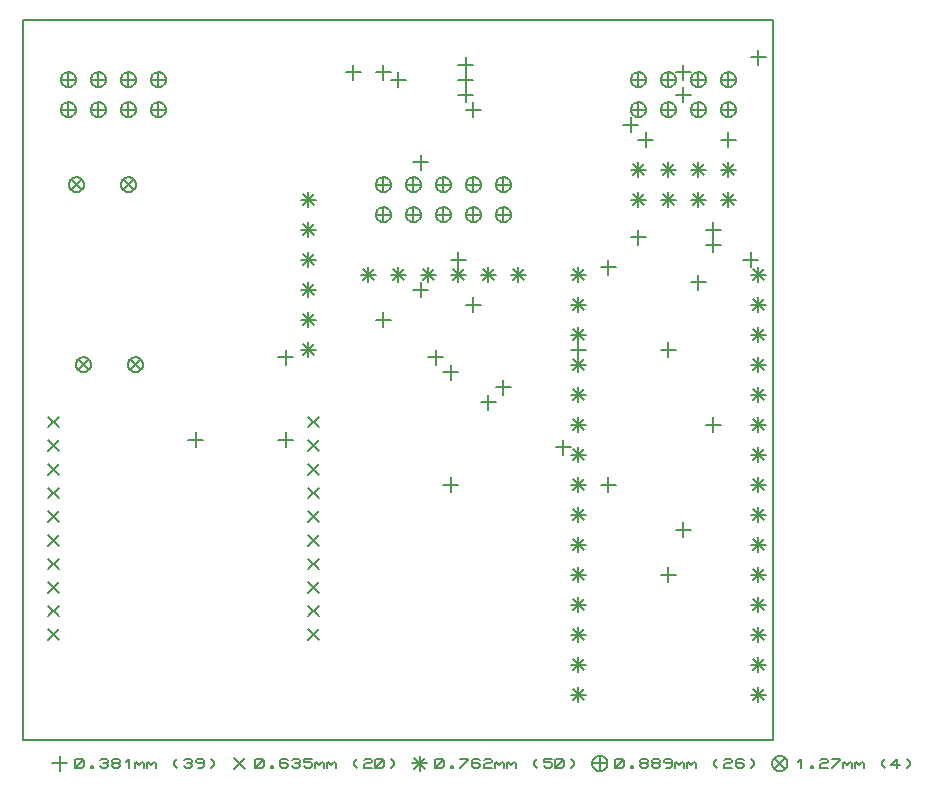
<source format=gbr>
G04 PROTEUS RS274X GERBER FILE*
%FSLAX45Y45*%
%MOMM*%
G01*
%ADD22C,0.203200*%
%ADD43C,0.127000*%
D22*
X+3810000Y-698500D02*
X+3810000Y-825500D01*
X+3746500Y-762000D02*
X+3873500Y-762000D01*
X+2794000Y-381000D02*
X+2794000Y-508000D01*
X+2730500Y-444500D02*
X+2857500Y-444500D01*
X+3746500Y-317500D02*
X+3746500Y-444500D01*
X+3683000Y-381000D02*
X+3810000Y-381000D01*
X+3048000Y-381000D02*
X+3048000Y-508000D01*
X+2984500Y-444500D02*
X+3111500Y-444500D01*
X+3683000Y-1968500D02*
X+3683000Y-2095500D01*
X+3619500Y-2032000D02*
X+3746500Y-2032000D01*
X+5461000Y-4635500D02*
X+5461000Y-4762500D01*
X+5397500Y-4699000D02*
X+5524500Y-4699000D01*
X+3365500Y-2222500D02*
X+3365500Y-2349500D01*
X+3302000Y-2286000D02*
X+3429000Y-2286000D01*
X+5461000Y-2730500D02*
X+5461000Y-2857500D01*
X+5397500Y-2794000D02*
X+5524500Y-2794000D01*
X+4699000Y-2730500D02*
X+4699000Y-2857500D01*
X+4635500Y-2794000D02*
X+4762500Y-2794000D01*
X+5270500Y-952500D02*
X+5270500Y-1079500D01*
X+5207000Y-1016000D02*
X+5334000Y-1016000D01*
X+5969000Y-952500D02*
X+5969000Y-1079500D01*
X+5905500Y-1016000D02*
X+6032500Y-1016000D01*
X+5588000Y-4254500D02*
X+5588000Y-4381500D01*
X+5524500Y-4318000D02*
X+5651500Y-4318000D01*
X+5842000Y-1714500D02*
X+5842000Y-1841500D01*
X+5778500Y-1778000D02*
X+5905500Y-1778000D01*
X+5143500Y-825500D02*
X+5143500Y-952500D01*
X+5080000Y-889000D02*
X+5207000Y-889000D01*
X+4953000Y-3873500D02*
X+4953000Y-4000500D01*
X+4889500Y-3937000D02*
X+5016500Y-3937000D01*
X+6223000Y-254000D02*
X+6223000Y-381000D01*
X+6159500Y-317500D02*
X+6286500Y-317500D01*
X+5588000Y-381000D02*
X+5588000Y-508000D01*
X+5524500Y-444500D02*
X+5651500Y-444500D01*
X+5842000Y-3365500D02*
X+5842000Y-3492500D01*
X+5778500Y-3429000D02*
X+5905500Y-3429000D01*
X+5842000Y-1841500D02*
X+5842000Y-1968500D01*
X+5778500Y-1905000D02*
X+5905500Y-1905000D01*
X+5588000Y-571500D02*
X+5588000Y-698500D01*
X+5524500Y-635000D02*
X+5651500Y-635000D01*
X+6159500Y-1968500D02*
X+6159500Y-2095500D01*
X+6096000Y-2032000D02*
X+6223000Y-2032000D01*
X+4572000Y-3556000D02*
X+4572000Y-3683000D01*
X+4508500Y-3619500D02*
X+4635500Y-3619500D01*
X+3810000Y-2349500D02*
X+3810000Y-2476500D01*
X+3746500Y-2413000D02*
X+3873500Y-2413000D01*
X+3937000Y-3175000D02*
X+3937000Y-3302000D01*
X+3873500Y-3238500D02*
X+4000500Y-3238500D01*
X+4064000Y-3048000D02*
X+4064000Y-3175000D01*
X+4000500Y-3111500D02*
X+4127500Y-3111500D01*
X+1460500Y-3492500D02*
X+1460500Y-3619500D01*
X+1397000Y-3556000D02*
X+1524000Y-3556000D01*
X+2222500Y-3492500D02*
X+2222500Y-3619500D01*
X+2159000Y-3556000D02*
X+2286000Y-3556000D01*
X+2222500Y-2794000D02*
X+2222500Y-2921000D01*
X+2159000Y-2857500D02*
X+2286000Y-2857500D01*
X+3619500Y-3873500D02*
X+3619500Y-4000500D01*
X+3556000Y-3937000D02*
X+3683000Y-3937000D01*
X+5715000Y-2159000D02*
X+5715000Y-2286000D01*
X+5651500Y-2222500D02*
X+5778500Y-2222500D01*
X+4953000Y-2032000D02*
X+4953000Y-2159000D01*
X+4889500Y-2095500D02*
X+5016500Y-2095500D01*
X+3746500Y-571500D02*
X+3746500Y-698500D01*
X+3683000Y-635000D02*
X+3810000Y-635000D01*
X+3175000Y-444500D02*
X+3175000Y-571500D01*
X+3111500Y-508000D02*
X+3238500Y-508000D01*
X+5207000Y-1778000D02*
X+5207000Y-1905000D01*
X+5143500Y-1841500D02*
X+5270500Y-1841500D01*
X+3365500Y-1143000D02*
X+3365500Y-1270000D01*
X+3302000Y-1206500D02*
X+3429000Y-1206500D01*
X+3048000Y-2476500D02*
X+3048000Y-2603500D01*
X+2984500Y-2540000D02*
X+3111500Y-2540000D01*
X+3746500Y-444500D02*
X+3746500Y-571500D01*
X+3683000Y-508000D02*
X+3810000Y-508000D01*
X+3492500Y-2794000D02*
X+3492500Y-2921000D01*
X+3429000Y-2857500D02*
X+3556000Y-2857500D01*
X+3619500Y-2921000D02*
X+3619500Y-3048000D01*
X+3556000Y-2984500D02*
X+3683000Y-2984500D01*
X+444500Y-762000D02*
X+444283Y-756753D01*
X+442518Y-746258D01*
X+438826Y-735763D01*
X+432798Y-725268D01*
X+423576Y-714888D01*
X+413081Y-707200D01*
X+402586Y-702282D01*
X+392091Y-699476D01*
X+381596Y-698503D01*
X+381000Y-698500D01*
X+317500Y-762000D02*
X+317717Y-756753D01*
X+319482Y-746258D01*
X+323174Y-735763D01*
X+329202Y-725268D01*
X+338424Y-714888D01*
X+348919Y-707200D01*
X+359414Y-702282D01*
X+369909Y-699476D01*
X+380404Y-698503D01*
X+381000Y-698500D01*
X+317500Y-762000D02*
X+317717Y-767247D01*
X+319482Y-777742D01*
X+323174Y-788237D01*
X+329202Y-798732D01*
X+338424Y-809112D01*
X+348919Y-816800D01*
X+359414Y-821718D01*
X+369909Y-824524D01*
X+380404Y-825497D01*
X+381000Y-825500D01*
X+444500Y-762000D02*
X+444283Y-767247D01*
X+442518Y-777742D01*
X+438826Y-788237D01*
X+432798Y-798732D01*
X+423576Y-809112D01*
X+413081Y-816800D01*
X+402586Y-821718D01*
X+392091Y-824524D01*
X+381596Y-825497D01*
X+381000Y-825500D01*
X+381000Y-698500D02*
X+381000Y-825500D01*
X+317500Y-762000D02*
X+444500Y-762000D01*
X+444500Y-508000D02*
X+444283Y-502753D01*
X+442518Y-492258D01*
X+438826Y-481763D01*
X+432798Y-471268D01*
X+423576Y-460888D01*
X+413081Y-453200D01*
X+402586Y-448282D01*
X+392091Y-445476D01*
X+381596Y-444503D01*
X+381000Y-444500D01*
X+317500Y-508000D02*
X+317717Y-502753D01*
X+319482Y-492258D01*
X+323174Y-481763D01*
X+329202Y-471268D01*
X+338424Y-460888D01*
X+348919Y-453200D01*
X+359414Y-448282D01*
X+369909Y-445476D01*
X+380404Y-444503D01*
X+381000Y-444500D01*
X+317500Y-508000D02*
X+317717Y-513247D01*
X+319482Y-523742D01*
X+323174Y-534237D01*
X+329202Y-544732D01*
X+338424Y-555112D01*
X+348919Y-562800D01*
X+359414Y-567718D01*
X+369909Y-570524D01*
X+380404Y-571497D01*
X+381000Y-571500D01*
X+444500Y-508000D02*
X+444283Y-513247D01*
X+442518Y-523742D01*
X+438826Y-534237D01*
X+432798Y-544732D01*
X+423576Y-555112D01*
X+413081Y-562800D01*
X+402586Y-567718D01*
X+392091Y-570524D01*
X+381596Y-571497D01*
X+381000Y-571500D01*
X+381000Y-444500D02*
X+381000Y-571500D01*
X+317500Y-508000D02*
X+444500Y-508000D01*
X+698500Y-762000D02*
X+698283Y-756753D01*
X+696518Y-746258D01*
X+692826Y-735763D01*
X+686798Y-725268D01*
X+677576Y-714888D01*
X+667081Y-707200D01*
X+656586Y-702282D01*
X+646091Y-699476D01*
X+635596Y-698503D01*
X+635000Y-698500D01*
X+571500Y-762000D02*
X+571717Y-756753D01*
X+573482Y-746258D01*
X+577174Y-735763D01*
X+583202Y-725268D01*
X+592424Y-714888D01*
X+602919Y-707200D01*
X+613414Y-702282D01*
X+623909Y-699476D01*
X+634404Y-698503D01*
X+635000Y-698500D01*
X+571500Y-762000D02*
X+571717Y-767247D01*
X+573482Y-777742D01*
X+577174Y-788237D01*
X+583202Y-798732D01*
X+592424Y-809112D01*
X+602919Y-816800D01*
X+613414Y-821718D01*
X+623909Y-824524D01*
X+634404Y-825497D01*
X+635000Y-825500D01*
X+698500Y-762000D02*
X+698283Y-767247D01*
X+696518Y-777742D01*
X+692826Y-788237D01*
X+686798Y-798732D01*
X+677576Y-809112D01*
X+667081Y-816800D01*
X+656586Y-821718D01*
X+646091Y-824524D01*
X+635596Y-825497D01*
X+635000Y-825500D01*
X+635000Y-698500D02*
X+635000Y-825500D01*
X+571500Y-762000D02*
X+698500Y-762000D01*
X+698500Y-508000D02*
X+698283Y-502753D01*
X+696518Y-492258D01*
X+692826Y-481763D01*
X+686798Y-471268D01*
X+677576Y-460888D01*
X+667081Y-453200D01*
X+656586Y-448282D01*
X+646091Y-445476D01*
X+635596Y-444503D01*
X+635000Y-444500D01*
X+571500Y-508000D02*
X+571717Y-502753D01*
X+573482Y-492258D01*
X+577174Y-481763D01*
X+583202Y-471268D01*
X+592424Y-460888D01*
X+602919Y-453200D01*
X+613414Y-448282D01*
X+623909Y-445476D01*
X+634404Y-444503D01*
X+635000Y-444500D01*
X+571500Y-508000D02*
X+571717Y-513247D01*
X+573482Y-523742D01*
X+577174Y-534237D01*
X+583202Y-544732D01*
X+592424Y-555112D01*
X+602919Y-562800D01*
X+613414Y-567718D01*
X+623909Y-570524D01*
X+634404Y-571497D01*
X+635000Y-571500D01*
X+698500Y-508000D02*
X+698283Y-513247D01*
X+696518Y-523742D01*
X+692826Y-534237D01*
X+686798Y-544732D01*
X+677576Y-555112D01*
X+667081Y-562800D01*
X+656586Y-567718D01*
X+646091Y-570524D01*
X+635596Y-571497D01*
X+635000Y-571500D01*
X+635000Y-444500D02*
X+635000Y-571500D01*
X+571500Y-508000D02*
X+698500Y-508000D01*
X+952500Y-762000D02*
X+952283Y-756753D01*
X+950518Y-746258D01*
X+946826Y-735763D01*
X+940798Y-725268D01*
X+931576Y-714888D01*
X+921081Y-707200D01*
X+910586Y-702282D01*
X+900091Y-699476D01*
X+889596Y-698503D01*
X+889000Y-698500D01*
X+825500Y-762000D02*
X+825717Y-756753D01*
X+827482Y-746258D01*
X+831174Y-735763D01*
X+837202Y-725268D01*
X+846424Y-714888D01*
X+856919Y-707200D01*
X+867414Y-702282D01*
X+877909Y-699476D01*
X+888404Y-698503D01*
X+889000Y-698500D01*
X+825500Y-762000D02*
X+825717Y-767247D01*
X+827482Y-777742D01*
X+831174Y-788237D01*
X+837202Y-798732D01*
X+846424Y-809112D01*
X+856919Y-816800D01*
X+867414Y-821718D01*
X+877909Y-824524D01*
X+888404Y-825497D01*
X+889000Y-825500D01*
X+952500Y-762000D02*
X+952283Y-767247D01*
X+950518Y-777742D01*
X+946826Y-788237D01*
X+940798Y-798732D01*
X+931576Y-809112D01*
X+921081Y-816800D01*
X+910586Y-821718D01*
X+900091Y-824524D01*
X+889596Y-825497D01*
X+889000Y-825500D01*
X+889000Y-698500D02*
X+889000Y-825500D01*
X+825500Y-762000D02*
X+952500Y-762000D01*
X+952500Y-508000D02*
X+952283Y-502753D01*
X+950518Y-492258D01*
X+946826Y-481763D01*
X+940798Y-471268D01*
X+931576Y-460888D01*
X+921081Y-453200D01*
X+910586Y-448282D01*
X+900091Y-445476D01*
X+889596Y-444503D01*
X+889000Y-444500D01*
X+825500Y-508000D02*
X+825717Y-502753D01*
X+827482Y-492258D01*
X+831174Y-481763D01*
X+837202Y-471268D01*
X+846424Y-460888D01*
X+856919Y-453200D01*
X+867414Y-448282D01*
X+877909Y-445476D01*
X+888404Y-444503D01*
X+889000Y-444500D01*
X+825500Y-508000D02*
X+825717Y-513247D01*
X+827482Y-523742D01*
X+831174Y-534237D01*
X+837202Y-544732D01*
X+846424Y-555112D01*
X+856919Y-562800D01*
X+867414Y-567718D01*
X+877909Y-570524D01*
X+888404Y-571497D01*
X+889000Y-571500D01*
X+952500Y-508000D02*
X+952283Y-513247D01*
X+950518Y-523742D01*
X+946826Y-534237D01*
X+940798Y-544732D01*
X+931576Y-555112D01*
X+921081Y-562800D01*
X+910586Y-567718D01*
X+900091Y-570524D01*
X+889596Y-571497D01*
X+889000Y-571500D01*
X+889000Y-444500D02*
X+889000Y-571500D01*
X+825500Y-508000D02*
X+952500Y-508000D01*
X+1206500Y-762000D02*
X+1206283Y-756753D01*
X+1204518Y-746258D01*
X+1200826Y-735763D01*
X+1194798Y-725268D01*
X+1185576Y-714888D01*
X+1175081Y-707200D01*
X+1164586Y-702282D01*
X+1154091Y-699476D01*
X+1143596Y-698503D01*
X+1143000Y-698500D01*
X+1079500Y-762000D02*
X+1079717Y-756753D01*
X+1081482Y-746258D01*
X+1085174Y-735763D01*
X+1091202Y-725268D01*
X+1100424Y-714888D01*
X+1110919Y-707200D01*
X+1121414Y-702282D01*
X+1131909Y-699476D01*
X+1142404Y-698503D01*
X+1143000Y-698500D01*
X+1079500Y-762000D02*
X+1079717Y-767247D01*
X+1081482Y-777742D01*
X+1085174Y-788237D01*
X+1091202Y-798732D01*
X+1100424Y-809112D01*
X+1110919Y-816800D01*
X+1121414Y-821718D01*
X+1131909Y-824524D01*
X+1142404Y-825497D01*
X+1143000Y-825500D01*
X+1206500Y-762000D02*
X+1206283Y-767247D01*
X+1204518Y-777742D01*
X+1200826Y-788237D01*
X+1194798Y-798732D01*
X+1185576Y-809112D01*
X+1175081Y-816800D01*
X+1164586Y-821718D01*
X+1154091Y-824524D01*
X+1143596Y-825497D01*
X+1143000Y-825500D01*
X+1143000Y-698500D02*
X+1143000Y-825500D01*
X+1079500Y-762000D02*
X+1206500Y-762000D01*
X+1206500Y-508000D02*
X+1206283Y-502753D01*
X+1204518Y-492258D01*
X+1200826Y-481763D01*
X+1194798Y-471268D01*
X+1185576Y-460888D01*
X+1175081Y-453200D01*
X+1164586Y-448282D01*
X+1154091Y-445476D01*
X+1143596Y-444503D01*
X+1143000Y-444500D01*
X+1079500Y-508000D02*
X+1079717Y-502753D01*
X+1081482Y-492258D01*
X+1085174Y-481763D01*
X+1091202Y-471268D01*
X+1100424Y-460888D01*
X+1110919Y-453200D01*
X+1121414Y-448282D01*
X+1131909Y-445476D01*
X+1142404Y-444503D01*
X+1143000Y-444500D01*
X+1079500Y-508000D02*
X+1079717Y-513247D01*
X+1081482Y-523742D01*
X+1085174Y-534237D01*
X+1091202Y-544732D01*
X+1100424Y-555112D01*
X+1110919Y-562800D01*
X+1121414Y-567718D01*
X+1131909Y-570524D01*
X+1142404Y-571497D01*
X+1143000Y-571500D01*
X+1206500Y-508000D02*
X+1206283Y-513247D01*
X+1204518Y-523742D01*
X+1200826Y-534237D01*
X+1194798Y-544732D01*
X+1185576Y-555112D01*
X+1175081Y-562800D01*
X+1164586Y-567718D01*
X+1154091Y-570524D01*
X+1143596Y-571497D01*
X+1143000Y-571500D01*
X+1143000Y-444500D02*
X+1143000Y-571500D01*
X+1079500Y-508000D02*
X+1206500Y-508000D01*
X+5270500Y-762000D02*
X+5270283Y-756753D01*
X+5268518Y-746258D01*
X+5264826Y-735763D01*
X+5258798Y-725268D01*
X+5249576Y-714888D01*
X+5239081Y-707200D01*
X+5228586Y-702282D01*
X+5218091Y-699476D01*
X+5207596Y-698503D01*
X+5207000Y-698500D01*
X+5143500Y-762000D02*
X+5143717Y-756753D01*
X+5145482Y-746258D01*
X+5149174Y-735763D01*
X+5155202Y-725268D01*
X+5164424Y-714888D01*
X+5174919Y-707200D01*
X+5185414Y-702282D01*
X+5195909Y-699476D01*
X+5206404Y-698503D01*
X+5207000Y-698500D01*
X+5143500Y-762000D02*
X+5143717Y-767247D01*
X+5145482Y-777742D01*
X+5149174Y-788237D01*
X+5155202Y-798732D01*
X+5164424Y-809112D01*
X+5174919Y-816800D01*
X+5185414Y-821718D01*
X+5195909Y-824524D01*
X+5206404Y-825497D01*
X+5207000Y-825500D01*
X+5270500Y-762000D02*
X+5270283Y-767247D01*
X+5268518Y-777742D01*
X+5264826Y-788237D01*
X+5258798Y-798732D01*
X+5249576Y-809112D01*
X+5239081Y-816800D01*
X+5228586Y-821718D01*
X+5218091Y-824524D01*
X+5207596Y-825497D01*
X+5207000Y-825500D01*
X+5207000Y-698500D02*
X+5207000Y-825500D01*
X+5143500Y-762000D02*
X+5270500Y-762000D01*
X+5270500Y-508000D02*
X+5270283Y-502753D01*
X+5268518Y-492258D01*
X+5264826Y-481763D01*
X+5258798Y-471268D01*
X+5249576Y-460888D01*
X+5239081Y-453200D01*
X+5228586Y-448282D01*
X+5218091Y-445476D01*
X+5207596Y-444503D01*
X+5207000Y-444500D01*
X+5143500Y-508000D02*
X+5143717Y-502753D01*
X+5145482Y-492258D01*
X+5149174Y-481763D01*
X+5155202Y-471268D01*
X+5164424Y-460888D01*
X+5174919Y-453200D01*
X+5185414Y-448282D01*
X+5195909Y-445476D01*
X+5206404Y-444503D01*
X+5207000Y-444500D01*
X+5143500Y-508000D02*
X+5143717Y-513247D01*
X+5145482Y-523742D01*
X+5149174Y-534237D01*
X+5155202Y-544732D01*
X+5164424Y-555112D01*
X+5174919Y-562800D01*
X+5185414Y-567718D01*
X+5195909Y-570524D01*
X+5206404Y-571497D01*
X+5207000Y-571500D01*
X+5270500Y-508000D02*
X+5270283Y-513247D01*
X+5268518Y-523742D01*
X+5264826Y-534237D01*
X+5258798Y-544732D01*
X+5249576Y-555112D01*
X+5239081Y-562800D01*
X+5228586Y-567718D01*
X+5218091Y-570524D01*
X+5207596Y-571497D01*
X+5207000Y-571500D01*
X+5207000Y-444500D02*
X+5207000Y-571500D01*
X+5143500Y-508000D02*
X+5270500Y-508000D01*
X+5524500Y-762000D02*
X+5524283Y-756753D01*
X+5522518Y-746258D01*
X+5518826Y-735763D01*
X+5512798Y-725268D01*
X+5503576Y-714888D01*
X+5493081Y-707200D01*
X+5482586Y-702282D01*
X+5472091Y-699476D01*
X+5461596Y-698503D01*
X+5461000Y-698500D01*
X+5397500Y-762000D02*
X+5397717Y-756753D01*
X+5399482Y-746258D01*
X+5403174Y-735763D01*
X+5409202Y-725268D01*
X+5418424Y-714888D01*
X+5428919Y-707200D01*
X+5439414Y-702282D01*
X+5449909Y-699476D01*
X+5460404Y-698503D01*
X+5461000Y-698500D01*
X+5397500Y-762000D02*
X+5397717Y-767247D01*
X+5399482Y-777742D01*
X+5403174Y-788237D01*
X+5409202Y-798732D01*
X+5418424Y-809112D01*
X+5428919Y-816800D01*
X+5439414Y-821718D01*
X+5449909Y-824524D01*
X+5460404Y-825497D01*
X+5461000Y-825500D01*
X+5524500Y-762000D02*
X+5524283Y-767247D01*
X+5522518Y-777742D01*
X+5518826Y-788237D01*
X+5512798Y-798732D01*
X+5503576Y-809112D01*
X+5493081Y-816800D01*
X+5482586Y-821718D01*
X+5472091Y-824524D01*
X+5461596Y-825497D01*
X+5461000Y-825500D01*
X+5461000Y-698500D02*
X+5461000Y-825500D01*
X+5397500Y-762000D02*
X+5524500Y-762000D01*
X+5524500Y-508000D02*
X+5524283Y-502753D01*
X+5522518Y-492258D01*
X+5518826Y-481763D01*
X+5512798Y-471268D01*
X+5503576Y-460888D01*
X+5493081Y-453200D01*
X+5482586Y-448282D01*
X+5472091Y-445476D01*
X+5461596Y-444503D01*
X+5461000Y-444500D01*
X+5397500Y-508000D02*
X+5397717Y-502753D01*
X+5399482Y-492258D01*
X+5403174Y-481763D01*
X+5409202Y-471268D01*
X+5418424Y-460888D01*
X+5428919Y-453200D01*
X+5439414Y-448282D01*
X+5449909Y-445476D01*
X+5460404Y-444503D01*
X+5461000Y-444500D01*
X+5397500Y-508000D02*
X+5397717Y-513247D01*
X+5399482Y-523742D01*
X+5403174Y-534237D01*
X+5409202Y-544732D01*
X+5418424Y-555112D01*
X+5428919Y-562800D01*
X+5439414Y-567718D01*
X+5449909Y-570524D01*
X+5460404Y-571497D01*
X+5461000Y-571500D01*
X+5524500Y-508000D02*
X+5524283Y-513247D01*
X+5522518Y-523742D01*
X+5518826Y-534237D01*
X+5512798Y-544732D01*
X+5503576Y-555112D01*
X+5493081Y-562800D01*
X+5482586Y-567718D01*
X+5472091Y-570524D01*
X+5461596Y-571497D01*
X+5461000Y-571500D01*
X+5461000Y-444500D02*
X+5461000Y-571500D01*
X+5397500Y-508000D02*
X+5524500Y-508000D01*
X+5778500Y-762000D02*
X+5778283Y-756753D01*
X+5776518Y-746258D01*
X+5772826Y-735763D01*
X+5766798Y-725268D01*
X+5757576Y-714888D01*
X+5747081Y-707200D01*
X+5736586Y-702282D01*
X+5726091Y-699476D01*
X+5715596Y-698503D01*
X+5715000Y-698500D01*
X+5651500Y-762000D02*
X+5651717Y-756753D01*
X+5653482Y-746258D01*
X+5657174Y-735763D01*
X+5663202Y-725268D01*
X+5672424Y-714888D01*
X+5682919Y-707200D01*
X+5693414Y-702282D01*
X+5703909Y-699476D01*
X+5714404Y-698503D01*
X+5715000Y-698500D01*
X+5651500Y-762000D02*
X+5651717Y-767247D01*
X+5653482Y-777742D01*
X+5657174Y-788237D01*
X+5663202Y-798732D01*
X+5672424Y-809112D01*
X+5682919Y-816800D01*
X+5693414Y-821718D01*
X+5703909Y-824524D01*
X+5714404Y-825497D01*
X+5715000Y-825500D01*
X+5778500Y-762000D02*
X+5778283Y-767247D01*
X+5776518Y-777742D01*
X+5772826Y-788237D01*
X+5766798Y-798732D01*
X+5757576Y-809112D01*
X+5747081Y-816800D01*
X+5736586Y-821718D01*
X+5726091Y-824524D01*
X+5715596Y-825497D01*
X+5715000Y-825500D01*
X+5715000Y-698500D02*
X+5715000Y-825500D01*
X+5651500Y-762000D02*
X+5778500Y-762000D01*
X+5778500Y-508000D02*
X+5778283Y-502753D01*
X+5776518Y-492258D01*
X+5772826Y-481763D01*
X+5766798Y-471268D01*
X+5757576Y-460888D01*
X+5747081Y-453200D01*
X+5736586Y-448282D01*
X+5726091Y-445476D01*
X+5715596Y-444503D01*
X+5715000Y-444500D01*
X+5651500Y-508000D02*
X+5651717Y-502753D01*
X+5653482Y-492258D01*
X+5657174Y-481763D01*
X+5663202Y-471268D01*
X+5672424Y-460888D01*
X+5682919Y-453200D01*
X+5693414Y-448282D01*
X+5703909Y-445476D01*
X+5714404Y-444503D01*
X+5715000Y-444500D01*
X+5651500Y-508000D02*
X+5651717Y-513247D01*
X+5653482Y-523742D01*
X+5657174Y-534237D01*
X+5663202Y-544732D01*
X+5672424Y-555112D01*
X+5682919Y-562800D01*
X+5693414Y-567718D01*
X+5703909Y-570524D01*
X+5714404Y-571497D01*
X+5715000Y-571500D01*
X+5778500Y-508000D02*
X+5778283Y-513247D01*
X+5776518Y-523742D01*
X+5772826Y-534237D01*
X+5766798Y-544732D01*
X+5757576Y-555112D01*
X+5747081Y-562800D01*
X+5736586Y-567718D01*
X+5726091Y-570524D01*
X+5715596Y-571497D01*
X+5715000Y-571500D01*
X+5715000Y-444500D02*
X+5715000Y-571500D01*
X+5651500Y-508000D02*
X+5778500Y-508000D01*
X+6032500Y-762000D02*
X+6032283Y-756753D01*
X+6030518Y-746258D01*
X+6026826Y-735763D01*
X+6020798Y-725268D01*
X+6011576Y-714888D01*
X+6001081Y-707200D01*
X+5990586Y-702282D01*
X+5980091Y-699476D01*
X+5969596Y-698503D01*
X+5969000Y-698500D01*
X+5905500Y-762000D02*
X+5905717Y-756753D01*
X+5907482Y-746258D01*
X+5911174Y-735763D01*
X+5917202Y-725268D01*
X+5926424Y-714888D01*
X+5936919Y-707200D01*
X+5947414Y-702282D01*
X+5957909Y-699476D01*
X+5968404Y-698503D01*
X+5969000Y-698500D01*
X+5905500Y-762000D02*
X+5905717Y-767247D01*
X+5907482Y-777742D01*
X+5911174Y-788237D01*
X+5917202Y-798732D01*
X+5926424Y-809112D01*
X+5936919Y-816800D01*
X+5947414Y-821718D01*
X+5957909Y-824524D01*
X+5968404Y-825497D01*
X+5969000Y-825500D01*
X+6032500Y-762000D02*
X+6032283Y-767247D01*
X+6030518Y-777742D01*
X+6026826Y-788237D01*
X+6020798Y-798732D01*
X+6011576Y-809112D01*
X+6001081Y-816800D01*
X+5990586Y-821718D01*
X+5980091Y-824524D01*
X+5969596Y-825497D01*
X+5969000Y-825500D01*
X+5969000Y-698500D02*
X+5969000Y-825500D01*
X+5905500Y-762000D02*
X+6032500Y-762000D01*
X+6032500Y-508000D02*
X+6032283Y-502753D01*
X+6030518Y-492258D01*
X+6026826Y-481763D01*
X+6020798Y-471268D01*
X+6011576Y-460888D01*
X+6001081Y-453200D01*
X+5990586Y-448282D01*
X+5980091Y-445476D01*
X+5969596Y-444503D01*
X+5969000Y-444500D01*
X+5905500Y-508000D02*
X+5905717Y-502753D01*
X+5907482Y-492258D01*
X+5911174Y-481763D01*
X+5917202Y-471268D01*
X+5926424Y-460888D01*
X+5936919Y-453200D01*
X+5947414Y-448282D01*
X+5957909Y-445476D01*
X+5968404Y-444503D01*
X+5969000Y-444500D01*
X+5905500Y-508000D02*
X+5905717Y-513247D01*
X+5907482Y-523742D01*
X+5911174Y-534237D01*
X+5917202Y-544732D01*
X+5926424Y-555112D01*
X+5936919Y-562800D01*
X+5947414Y-567718D01*
X+5957909Y-570524D01*
X+5968404Y-571497D01*
X+5969000Y-571500D01*
X+6032500Y-508000D02*
X+6032283Y-513247D01*
X+6030518Y-523742D01*
X+6026826Y-534237D01*
X+6020798Y-544732D01*
X+6011576Y-555112D01*
X+6001081Y-562800D01*
X+5990586Y-567718D01*
X+5980091Y-570524D01*
X+5969596Y-571497D01*
X+5969000Y-571500D01*
X+5969000Y-444500D02*
X+5969000Y-571500D01*
X+5905500Y-508000D02*
X+6032500Y-508000D01*
X+2409099Y-5162099D02*
X+2498901Y-5251901D01*
X+2409099Y-5251901D02*
X+2498901Y-5162099D01*
X+2409099Y-4962099D02*
X+2498901Y-5051901D01*
X+2409099Y-5051901D02*
X+2498901Y-4962099D01*
X+2409099Y-4762099D02*
X+2498901Y-4851901D01*
X+2409099Y-4851901D02*
X+2498901Y-4762099D01*
X+2409099Y-4562099D02*
X+2498901Y-4651901D01*
X+2409099Y-4651901D02*
X+2498901Y-4562099D01*
X+2409099Y-4362099D02*
X+2498901Y-4451901D01*
X+2409099Y-4451901D02*
X+2498901Y-4362099D01*
X+2409099Y-4162099D02*
X+2498901Y-4251901D01*
X+2409099Y-4251901D02*
X+2498901Y-4162099D01*
X+2409099Y-3962099D02*
X+2498901Y-4051901D01*
X+2409099Y-4051901D02*
X+2498901Y-3962099D01*
X+2409099Y-3762099D02*
X+2498901Y-3851901D01*
X+2409099Y-3851901D02*
X+2498901Y-3762099D01*
X+2409099Y-3562099D02*
X+2498901Y-3651901D01*
X+2409099Y-3651901D02*
X+2498901Y-3562099D01*
X+2409099Y-3362099D02*
X+2498901Y-3451901D01*
X+2409099Y-3451901D02*
X+2498901Y-3362099D01*
X+209099Y-3362099D02*
X+298901Y-3451901D01*
X+209099Y-3451901D02*
X+298901Y-3362099D01*
X+209099Y-3562099D02*
X+298901Y-3651901D01*
X+209099Y-3651901D02*
X+298901Y-3562099D01*
X+209099Y-3762099D02*
X+298901Y-3851901D01*
X+209099Y-3851901D02*
X+298901Y-3762099D01*
X+209099Y-3962099D02*
X+298901Y-4051901D01*
X+209099Y-4051901D02*
X+298901Y-3962099D01*
X+209099Y-4162099D02*
X+298901Y-4251901D01*
X+209099Y-4251901D02*
X+298901Y-4162099D01*
X+209099Y-4362099D02*
X+298901Y-4451901D01*
X+209099Y-4451901D02*
X+298901Y-4362099D01*
X+209099Y-4562099D02*
X+298901Y-4651901D01*
X+209099Y-4651901D02*
X+298901Y-4562099D01*
X+209099Y-4762099D02*
X+298901Y-4851901D01*
X+209099Y-4851901D02*
X+298901Y-4762099D01*
X+209099Y-4962099D02*
X+298901Y-5051901D01*
X+209099Y-5051901D02*
X+298901Y-4962099D01*
X+209099Y-5162099D02*
X+298901Y-5251901D01*
X+209099Y-5251901D02*
X+298901Y-5162099D01*
X+3111500Y-1651000D02*
X+3111283Y-1645753D01*
X+3109518Y-1635258D01*
X+3105826Y-1624763D01*
X+3099798Y-1614268D01*
X+3090576Y-1603888D01*
X+3080081Y-1596200D01*
X+3069586Y-1591282D01*
X+3059091Y-1588476D01*
X+3048596Y-1587503D01*
X+3048000Y-1587500D01*
X+2984500Y-1651000D02*
X+2984717Y-1645753D01*
X+2986482Y-1635258D01*
X+2990174Y-1624763D01*
X+2996202Y-1614268D01*
X+3005424Y-1603888D01*
X+3015919Y-1596200D01*
X+3026414Y-1591282D01*
X+3036909Y-1588476D01*
X+3047404Y-1587503D01*
X+3048000Y-1587500D01*
X+2984500Y-1651000D02*
X+2984717Y-1656247D01*
X+2986482Y-1666742D01*
X+2990174Y-1677237D01*
X+2996202Y-1687732D01*
X+3005424Y-1698112D01*
X+3015919Y-1705800D01*
X+3026414Y-1710718D01*
X+3036909Y-1713524D01*
X+3047404Y-1714497D01*
X+3048000Y-1714500D01*
X+3111500Y-1651000D02*
X+3111283Y-1656247D01*
X+3109518Y-1666742D01*
X+3105826Y-1677237D01*
X+3099798Y-1687732D01*
X+3090576Y-1698112D01*
X+3080081Y-1705800D01*
X+3069586Y-1710718D01*
X+3059091Y-1713524D01*
X+3048596Y-1714497D01*
X+3048000Y-1714500D01*
X+3048000Y-1587500D02*
X+3048000Y-1714500D01*
X+2984500Y-1651000D02*
X+3111500Y-1651000D01*
X+3111500Y-1397000D02*
X+3111283Y-1391753D01*
X+3109518Y-1381258D01*
X+3105826Y-1370763D01*
X+3099798Y-1360268D01*
X+3090576Y-1349888D01*
X+3080081Y-1342200D01*
X+3069586Y-1337282D01*
X+3059091Y-1334476D01*
X+3048596Y-1333503D01*
X+3048000Y-1333500D01*
X+2984500Y-1397000D02*
X+2984717Y-1391753D01*
X+2986482Y-1381258D01*
X+2990174Y-1370763D01*
X+2996202Y-1360268D01*
X+3005424Y-1349888D01*
X+3015919Y-1342200D01*
X+3026414Y-1337282D01*
X+3036909Y-1334476D01*
X+3047404Y-1333503D01*
X+3048000Y-1333500D01*
X+2984500Y-1397000D02*
X+2984717Y-1402247D01*
X+2986482Y-1412742D01*
X+2990174Y-1423237D01*
X+2996202Y-1433732D01*
X+3005424Y-1444112D01*
X+3015919Y-1451800D01*
X+3026414Y-1456718D01*
X+3036909Y-1459524D01*
X+3047404Y-1460497D01*
X+3048000Y-1460500D01*
X+3111500Y-1397000D02*
X+3111283Y-1402247D01*
X+3109518Y-1412742D01*
X+3105826Y-1423237D01*
X+3099798Y-1433732D01*
X+3090576Y-1444112D01*
X+3080081Y-1451800D01*
X+3069586Y-1456718D01*
X+3059091Y-1459524D01*
X+3048596Y-1460497D01*
X+3048000Y-1460500D01*
X+3048000Y-1333500D02*
X+3048000Y-1460500D01*
X+2984500Y-1397000D02*
X+3111500Y-1397000D01*
X+3365500Y-1651000D02*
X+3365283Y-1645753D01*
X+3363518Y-1635258D01*
X+3359826Y-1624763D01*
X+3353798Y-1614268D01*
X+3344576Y-1603888D01*
X+3334081Y-1596200D01*
X+3323586Y-1591282D01*
X+3313091Y-1588476D01*
X+3302596Y-1587503D01*
X+3302000Y-1587500D01*
X+3238500Y-1651000D02*
X+3238717Y-1645753D01*
X+3240482Y-1635258D01*
X+3244174Y-1624763D01*
X+3250202Y-1614268D01*
X+3259424Y-1603888D01*
X+3269919Y-1596200D01*
X+3280414Y-1591282D01*
X+3290909Y-1588476D01*
X+3301404Y-1587503D01*
X+3302000Y-1587500D01*
X+3238500Y-1651000D02*
X+3238717Y-1656247D01*
X+3240482Y-1666742D01*
X+3244174Y-1677237D01*
X+3250202Y-1687732D01*
X+3259424Y-1698112D01*
X+3269919Y-1705800D01*
X+3280414Y-1710718D01*
X+3290909Y-1713524D01*
X+3301404Y-1714497D01*
X+3302000Y-1714500D01*
X+3365500Y-1651000D02*
X+3365283Y-1656247D01*
X+3363518Y-1666742D01*
X+3359826Y-1677237D01*
X+3353798Y-1687732D01*
X+3344576Y-1698112D01*
X+3334081Y-1705800D01*
X+3323586Y-1710718D01*
X+3313091Y-1713524D01*
X+3302596Y-1714497D01*
X+3302000Y-1714500D01*
X+3302000Y-1587500D02*
X+3302000Y-1714500D01*
X+3238500Y-1651000D02*
X+3365500Y-1651000D01*
X+3365500Y-1397000D02*
X+3365283Y-1391753D01*
X+3363518Y-1381258D01*
X+3359826Y-1370763D01*
X+3353798Y-1360268D01*
X+3344576Y-1349888D01*
X+3334081Y-1342200D01*
X+3323586Y-1337282D01*
X+3313091Y-1334476D01*
X+3302596Y-1333503D01*
X+3302000Y-1333500D01*
X+3238500Y-1397000D02*
X+3238717Y-1391753D01*
X+3240482Y-1381258D01*
X+3244174Y-1370763D01*
X+3250202Y-1360268D01*
X+3259424Y-1349888D01*
X+3269919Y-1342200D01*
X+3280414Y-1337282D01*
X+3290909Y-1334476D01*
X+3301404Y-1333503D01*
X+3302000Y-1333500D01*
X+3238500Y-1397000D02*
X+3238717Y-1402247D01*
X+3240482Y-1412742D01*
X+3244174Y-1423237D01*
X+3250202Y-1433732D01*
X+3259424Y-1444112D01*
X+3269919Y-1451800D01*
X+3280414Y-1456718D01*
X+3290909Y-1459524D01*
X+3301404Y-1460497D01*
X+3302000Y-1460500D01*
X+3365500Y-1397000D02*
X+3365283Y-1402247D01*
X+3363518Y-1412742D01*
X+3359826Y-1423237D01*
X+3353798Y-1433732D01*
X+3344576Y-1444112D01*
X+3334081Y-1451800D01*
X+3323586Y-1456718D01*
X+3313091Y-1459524D01*
X+3302596Y-1460497D01*
X+3302000Y-1460500D01*
X+3302000Y-1333500D02*
X+3302000Y-1460500D01*
X+3238500Y-1397000D02*
X+3365500Y-1397000D01*
X+3619500Y-1651000D02*
X+3619283Y-1645753D01*
X+3617518Y-1635258D01*
X+3613826Y-1624763D01*
X+3607798Y-1614268D01*
X+3598576Y-1603888D01*
X+3588081Y-1596200D01*
X+3577586Y-1591282D01*
X+3567091Y-1588476D01*
X+3556596Y-1587503D01*
X+3556000Y-1587500D01*
X+3492500Y-1651000D02*
X+3492717Y-1645753D01*
X+3494482Y-1635258D01*
X+3498174Y-1624763D01*
X+3504202Y-1614268D01*
X+3513424Y-1603888D01*
X+3523919Y-1596200D01*
X+3534414Y-1591282D01*
X+3544909Y-1588476D01*
X+3555404Y-1587503D01*
X+3556000Y-1587500D01*
X+3492500Y-1651000D02*
X+3492717Y-1656247D01*
X+3494482Y-1666742D01*
X+3498174Y-1677237D01*
X+3504202Y-1687732D01*
X+3513424Y-1698112D01*
X+3523919Y-1705800D01*
X+3534414Y-1710718D01*
X+3544909Y-1713524D01*
X+3555404Y-1714497D01*
X+3556000Y-1714500D01*
X+3619500Y-1651000D02*
X+3619283Y-1656247D01*
X+3617518Y-1666742D01*
X+3613826Y-1677237D01*
X+3607798Y-1687732D01*
X+3598576Y-1698112D01*
X+3588081Y-1705800D01*
X+3577586Y-1710718D01*
X+3567091Y-1713524D01*
X+3556596Y-1714497D01*
X+3556000Y-1714500D01*
X+3556000Y-1587500D02*
X+3556000Y-1714500D01*
X+3492500Y-1651000D02*
X+3619500Y-1651000D01*
X+3619500Y-1397000D02*
X+3619283Y-1391753D01*
X+3617518Y-1381258D01*
X+3613826Y-1370763D01*
X+3607798Y-1360268D01*
X+3598576Y-1349888D01*
X+3588081Y-1342200D01*
X+3577586Y-1337282D01*
X+3567091Y-1334476D01*
X+3556596Y-1333503D01*
X+3556000Y-1333500D01*
X+3492500Y-1397000D02*
X+3492717Y-1391753D01*
X+3494482Y-1381258D01*
X+3498174Y-1370763D01*
X+3504202Y-1360268D01*
X+3513424Y-1349888D01*
X+3523919Y-1342200D01*
X+3534414Y-1337282D01*
X+3544909Y-1334476D01*
X+3555404Y-1333503D01*
X+3556000Y-1333500D01*
X+3492500Y-1397000D02*
X+3492717Y-1402247D01*
X+3494482Y-1412742D01*
X+3498174Y-1423237D01*
X+3504202Y-1433732D01*
X+3513424Y-1444112D01*
X+3523919Y-1451800D01*
X+3534414Y-1456718D01*
X+3544909Y-1459524D01*
X+3555404Y-1460497D01*
X+3556000Y-1460500D01*
X+3619500Y-1397000D02*
X+3619283Y-1402247D01*
X+3617518Y-1412742D01*
X+3613826Y-1423237D01*
X+3607798Y-1433732D01*
X+3598576Y-1444112D01*
X+3588081Y-1451800D01*
X+3577586Y-1456718D01*
X+3567091Y-1459524D01*
X+3556596Y-1460497D01*
X+3556000Y-1460500D01*
X+3556000Y-1333500D02*
X+3556000Y-1460500D01*
X+3492500Y-1397000D02*
X+3619500Y-1397000D01*
X+3873500Y-1651000D02*
X+3873283Y-1645753D01*
X+3871518Y-1635258D01*
X+3867826Y-1624763D01*
X+3861798Y-1614268D01*
X+3852576Y-1603888D01*
X+3842081Y-1596200D01*
X+3831586Y-1591282D01*
X+3821091Y-1588476D01*
X+3810596Y-1587503D01*
X+3810000Y-1587500D01*
X+3746500Y-1651000D02*
X+3746717Y-1645753D01*
X+3748482Y-1635258D01*
X+3752174Y-1624763D01*
X+3758202Y-1614268D01*
X+3767424Y-1603888D01*
X+3777919Y-1596200D01*
X+3788414Y-1591282D01*
X+3798909Y-1588476D01*
X+3809404Y-1587503D01*
X+3810000Y-1587500D01*
X+3746500Y-1651000D02*
X+3746717Y-1656247D01*
X+3748482Y-1666742D01*
X+3752174Y-1677237D01*
X+3758202Y-1687732D01*
X+3767424Y-1698112D01*
X+3777919Y-1705800D01*
X+3788414Y-1710718D01*
X+3798909Y-1713524D01*
X+3809404Y-1714497D01*
X+3810000Y-1714500D01*
X+3873500Y-1651000D02*
X+3873283Y-1656247D01*
X+3871518Y-1666742D01*
X+3867826Y-1677237D01*
X+3861798Y-1687732D01*
X+3852576Y-1698112D01*
X+3842081Y-1705800D01*
X+3831586Y-1710718D01*
X+3821091Y-1713524D01*
X+3810596Y-1714497D01*
X+3810000Y-1714500D01*
X+3810000Y-1587500D02*
X+3810000Y-1714500D01*
X+3746500Y-1651000D02*
X+3873500Y-1651000D01*
X+3873500Y-1397000D02*
X+3873283Y-1391753D01*
X+3871518Y-1381258D01*
X+3867826Y-1370763D01*
X+3861798Y-1360268D01*
X+3852576Y-1349888D01*
X+3842081Y-1342200D01*
X+3831586Y-1337282D01*
X+3821091Y-1334476D01*
X+3810596Y-1333503D01*
X+3810000Y-1333500D01*
X+3746500Y-1397000D02*
X+3746717Y-1391753D01*
X+3748482Y-1381258D01*
X+3752174Y-1370763D01*
X+3758202Y-1360268D01*
X+3767424Y-1349888D01*
X+3777919Y-1342200D01*
X+3788414Y-1337282D01*
X+3798909Y-1334476D01*
X+3809404Y-1333503D01*
X+3810000Y-1333500D01*
X+3746500Y-1397000D02*
X+3746717Y-1402247D01*
X+3748482Y-1412742D01*
X+3752174Y-1423237D01*
X+3758202Y-1433732D01*
X+3767424Y-1444112D01*
X+3777919Y-1451800D01*
X+3788414Y-1456718D01*
X+3798909Y-1459524D01*
X+3809404Y-1460497D01*
X+3810000Y-1460500D01*
X+3873500Y-1397000D02*
X+3873283Y-1402247D01*
X+3871518Y-1412742D01*
X+3867826Y-1423237D01*
X+3861798Y-1433732D01*
X+3852576Y-1444112D01*
X+3842081Y-1451800D01*
X+3831586Y-1456718D01*
X+3821091Y-1459524D01*
X+3810596Y-1460497D01*
X+3810000Y-1460500D01*
X+3810000Y-1333500D02*
X+3810000Y-1460500D01*
X+3746500Y-1397000D02*
X+3873500Y-1397000D01*
X+4127500Y-1651000D02*
X+4127283Y-1645753D01*
X+4125518Y-1635258D01*
X+4121826Y-1624763D01*
X+4115798Y-1614268D01*
X+4106576Y-1603888D01*
X+4096081Y-1596200D01*
X+4085586Y-1591282D01*
X+4075091Y-1588476D01*
X+4064596Y-1587503D01*
X+4064000Y-1587500D01*
X+4000500Y-1651000D02*
X+4000717Y-1645753D01*
X+4002482Y-1635258D01*
X+4006174Y-1624763D01*
X+4012202Y-1614268D01*
X+4021424Y-1603888D01*
X+4031919Y-1596200D01*
X+4042414Y-1591282D01*
X+4052909Y-1588476D01*
X+4063404Y-1587503D01*
X+4064000Y-1587500D01*
X+4000500Y-1651000D02*
X+4000717Y-1656247D01*
X+4002482Y-1666742D01*
X+4006174Y-1677237D01*
X+4012202Y-1687732D01*
X+4021424Y-1698112D01*
X+4031919Y-1705800D01*
X+4042414Y-1710718D01*
X+4052909Y-1713524D01*
X+4063404Y-1714497D01*
X+4064000Y-1714500D01*
X+4127500Y-1651000D02*
X+4127283Y-1656247D01*
X+4125518Y-1666742D01*
X+4121826Y-1677237D01*
X+4115798Y-1687732D01*
X+4106576Y-1698112D01*
X+4096081Y-1705800D01*
X+4085586Y-1710718D01*
X+4075091Y-1713524D01*
X+4064596Y-1714497D01*
X+4064000Y-1714500D01*
X+4064000Y-1587500D02*
X+4064000Y-1714500D01*
X+4000500Y-1651000D02*
X+4127500Y-1651000D01*
X+4127500Y-1397000D02*
X+4127283Y-1391753D01*
X+4125518Y-1381258D01*
X+4121826Y-1370763D01*
X+4115798Y-1360268D01*
X+4106576Y-1349888D01*
X+4096081Y-1342200D01*
X+4085586Y-1337282D01*
X+4075091Y-1334476D01*
X+4064596Y-1333503D01*
X+4064000Y-1333500D01*
X+4000500Y-1397000D02*
X+4000717Y-1391753D01*
X+4002482Y-1381258D01*
X+4006174Y-1370763D01*
X+4012202Y-1360268D01*
X+4021424Y-1349888D01*
X+4031919Y-1342200D01*
X+4042414Y-1337282D01*
X+4052909Y-1334476D01*
X+4063404Y-1333503D01*
X+4064000Y-1333500D01*
X+4000500Y-1397000D02*
X+4000717Y-1402247D01*
X+4002482Y-1412742D01*
X+4006174Y-1423237D01*
X+4012202Y-1433732D01*
X+4021424Y-1444112D01*
X+4031919Y-1451800D01*
X+4042414Y-1456718D01*
X+4052909Y-1459524D01*
X+4063404Y-1460497D01*
X+4064000Y-1460500D01*
X+4127500Y-1397000D02*
X+4127283Y-1402247D01*
X+4125518Y-1412742D01*
X+4121826Y-1423237D01*
X+4115798Y-1433732D01*
X+4106576Y-1444112D01*
X+4096081Y-1451800D01*
X+4085586Y-1456718D01*
X+4075091Y-1459524D01*
X+4064596Y-1460497D01*
X+4064000Y-1460500D01*
X+4064000Y-1333500D02*
X+4064000Y-1460500D01*
X+4000500Y-1397000D02*
X+4127500Y-1397000D01*
X+4699000Y-2095500D02*
X+4699000Y-2222500D01*
X+4635500Y-2159000D02*
X+4762500Y-2159000D01*
X+4654099Y-2114099D02*
X+4743901Y-2203901D01*
X+4654099Y-2203901D02*
X+4743901Y-2114099D01*
X+4699000Y-2349500D02*
X+4699000Y-2476500D01*
X+4635500Y-2413000D02*
X+4762500Y-2413000D01*
X+4654099Y-2368099D02*
X+4743901Y-2457901D01*
X+4654099Y-2457901D02*
X+4743901Y-2368099D01*
X+4699000Y-2603500D02*
X+4699000Y-2730500D01*
X+4635500Y-2667000D02*
X+4762500Y-2667000D01*
X+4654099Y-2622099D02*
X+4743901Y-2711901D01*
X+4654099Y-2711901D02*
X+4743901Y-2622099D01*
X+4699000Y-2857500D02*
X+4699000Y-2984500D01*
X+4635500Y-2921000D02*
X+4762500Y-2921000D01*
X+4654099Y-2876099D02*
X+4743901Y-2965901D01*
X+4654099Y-2965901D02*
X+4743901Y-2876099D01*
X+4699000Y-3111500D02*
X+4699000Y-3238500D01*
X+4635500Y-3175000D02*
X+4762500Y-3175000D01*
X+4654099Y-3130099D02*
X+4743901Y-3219901D01*
X+4654099Y-3219901D02*
X+4743901Y-3130099D01*
X+4699000Y-3365500D02*
X+4699000Y-3492500D01*
X+4635500Y-3429000D02*
X+4762500Y-3429000D01*
X+4654099Y-3384099D02*
X+4743901Y-3473901D01*
X+4654099Y-3473901D02*
X+4743901Y-3384099D01*
X+4699000Y-3619500D02*
X+4699000Y-3746500D01*
X+4635500Y-3683000D02*
X+4762500Y-3683000D01*
X+4654099Y-3638099D02*
X+4743901Y-3727901D01*
X+4654099Y-3727901D02*
X+4743901Y-3638099D01*
X+4699000Y-3873500D02*
X+4699000Y-4000500D01*
X+4635500Y-3937000D02*
X+4762500Y-3937000D01*
X+4654099Y-3892099D02*
X+4743901Y-3981901D01*
X+4654099Y-3981901D02*
X+4743901Y-3892099D01*
X+4699000Y-4127500D02*
X+4699000Y-4254500D01*
X+4635500Y-4191000D02*
X+4762500Y-4191000D01*
X+4654099Y-4146099D02*
X+4743901Y-4235901D01*
X+4654099Y-4235901D02*
X+4743901Y-4146099D01*
X+4699000Y-4381500D02*
X+4699000Y-4508500D01*
X+4635500Y-4445000D02*
X+4762500Y-4445000D01*
X+4654099Y-4400099D02*
X+4743901Y-4489901D01*
X+4654099Y-4489901D02*
X+4743901Y-4400099D01*
X+4699000Y-4635500D02*
X+4699000Y-4762500D01*
X+4635500Y-4699000D02*
X+4762500Y-4699000D01*
X+4654099Y-4654099D02*
X+4743901Y-4743901D01*
X+4654099Y-4743901D02*
X+4743901Y-4654099D01*
X+4699000Y-4889500D02*
X+4699000Y-5016500D01*
X+4635500Y-4953000D02*
X+4762500Y-4953000D01*
X+4654099Y-4908099D02*
X+4743901Y-4997901D01*
X+4654099Y-4997901D02*
X+4743901Y-4908099D01*
X+4699000Y-5143500D02*
X+4699000Y-5270500D01*
X+4635500Y-5207000D02*
X+4762500Y-5207000D01*
X+4654099Y-5162099D02*
X+4743901Y-5251901D01*
X+4654099Y-5251901D02*
X+4743901Y-5162099D01*
X+4699000Y-5397500D02*
X+4699000Y-5524500D01*
X+4635500Y-5461000D02*
X+4762500Y-5461000D01*
X+4654099Y-5416099D02*
X+4743901Y-5505901D01*
X+4654099Y-5505901D02*
X+4743901Y-5416099D01*
X+4699000Y-5651500D02*
X+4699000Y-5778500D01*
X+4635500Y-5715000D02*
X+4762500Y-5715000D01*
X+4654099Y-5670099D02*
X+4743901Y-5759901D01*
X+4654099Y-5759901D02*
X+4743901Y-5670099D01*
X+6223000Y-5651500D02*
X+6223000Y-5778500D01*
X+6159500Y-5715000D02*
X+6286500Y-5715000D01*
X+6178099Y-5670099D02*
X+6267901Y-5759901D01*
X+6178099Y-5759901D02*
X+6267901Y-5670099D01*
X+6223000Y-5397500D02*
X+6223000Y-5524500D01*
X+6159500Y-5461000D02*
X+6286500Y-5461000D01*
X+6178099Y-5416099D02*
X+6267901Y-5505901D01*
X+6178099Y-5505901D02*
X+6267901Y-5416099D01*
X+6223000Y-5143500D02*
X+6223000Y-5270500D01*
X+6159500Y-5207000D02*
X+6286500Y-5207000D01*
X+6178099Y-5162099D02*
X+6267901Y-5251901D01*
X+6178099Y-5251901D02*
X+6267901Y-5162099D01*
X+6223000Y-4889500D02*
X+6223000Y-5016500D01*
X+6159500Y-4953000D02*
X+6286500Y-4953000D01*
X+6178099Y-4908099D02*
X+6267901Y-4997901D01*
X+6178099Y-4997901D02*
X+6267901Y-4908099D01*
X+6223000Y-4635500D02*
X+6223000Y-4762500D01*
X+6159500Y-4699000D02*
X+6286500Y-4699000D01*
X+6178099Y-4654099D02*
X+6267901Y-4743901D01*
X+6178099Y-4743901D02*
X+6267901Y-4654099D01*
X+6223000Y-4381500D02*
X+6223000Y-4508500D01*
X+6159500Y-4445000D02*
X+6286500Y-4445000D01*
X+6178099Y-4400099D02*
X+6267901Y-4489901D01*
X+6178099Y-4489901D02*
X+6267901Y-4400099D01*
X+6223000Y-4127500D02*
X+6223000Y-4254500D01*
X+6159500Y-4191000D02*
X+6286500Y-4191000D01*
X+6178099Y-4146099D02*
X+6267901Y-4235901D01*
X+6178099Y-4235901D02*
X+6267901Y-4146099D01*
X+6223000Y-3873500D02*
X+6223000Y-4000500D01*
X+6159500Y-3937000D02*
X+6286500Y-3937000D01*
X+6178099Y-3892099D02*
X+6267901Y-3981901D01*
X+6178099Y-3981901D02*
X+6267901Y-3892099D01*
X+6223000Y-3619500D02*
X+6223000Y-3746500D01*
X+6159500Y-3683000D02*
X+6286500Y-3683000D01*
X+6178099Y-3638099D02*
X+6267901Y-3727901D01*
X+6178099Y-3727901D02*
X+6267901Y-3638099D01*
X+6223000Y-3365500D02*
X+6223000Y-3492500D01*
X+6159500Y-3429000D02*
X+6286500Y-3429000D01*
X+6178099Y-3384099D02*
X+6267901Y-3473901D01*
X+6178099Y-3473901D02*
X+6267901Y-3384099D01*
X+6223000Y-3111500D02*
X+6223000Y-3238500D01*
X+6159500Y-3175000D02*
X+6286500Y-3175000D01*
X+6178099Y-3130099D02*
X+6267901Y-3219901D01*
X+6178099Y-3219901D02*
X+6267901Y-3130099D01*
X+6223000Y-2857500D02*
X+6223000Y-2984500D01*
X+6159500Y-2921000D02*
X+6286500Y-2921000D01*
X+6178099Y-2876099D02*
X+6267901Y-2965901D01*
X+6178099Y-2965901D02*
X+6267901Y-2876099D01*
X+6223000Y-2603500D02*
X+6223000Y-2730500D01*
X+6159500Y-2667000D02*
X+6286500Y-2667000D01*
X+6178099Y-2622099D02*
X+6267901Y-2711901D01*
X+6178099Y-2711901D02*
X+6267901Y-2622099D01*
X+6223000Y-2349500D02*
X+6223000Y-2476500D01*
X+6159500Y-2413000D02*
X+6286500Y-2413000D01*
X+6178099Y-2368099D02*
X+6267901Y-2457901D01*
X+6178099Y-2457901D02*
X+6267901Y-2368099D01*
X+6223000Y-2095500D02*
X+6223000Y-2222500D01*
X+6159500Y-2159000D02*
X+6286500Y-2159000D01*
X+6178099Y-2114099D02*
X+6267901Y-2203901D01*
X+6178099Y-2203901D02*
X+6267901Y-2114099D01*
X+2921000Y-2095500D02*
X+2921000Y-2222500D01*
X+2857500Y-2159000D02*
X+2984500Y-2159000D01*
X+2876099Y-2114099D02*
X+2965901Y-2203901D01*
X+2876099Y-2203901D02*
X+2965901Y-2114099D01*
X+3175000Y-2095500D02*
X+3175000Y-2222500D01*
X+3111500Y-2159000D02*
X+3238500Y-2159000D01*
X+3130099Y-2114099D02*
X+3219901Y-2203901D01*
X+3130099Y-2203901D02*
X+3219901Y-2114099D01*
X+3429000Y-2095500D02*
X+3429000Y-2222500D01*
X+3365500Y-2159000D02*
X+3492500Y-2159000D01*
X+3384099Y-2114099D02*
X+3473901Y-2203901D01*
X+3384099Y-2203901D02*
X+3473901Y-2114099D01*
X+3683000Y-2095500D02*
X+3683000Y-2222500D01*
X+3619500Y-2159000D02*
X+3746500Y-2159000D01*
X+3638099Y-2114099D02*
X+3727901Y-2203901D01*
X+3638099Y-2203901D02*
X+3727901Y-2114099D01*
X+3937000Y-2095500D02*
X+3937000Y-2222500D01*
X+3873500Y-2159000D02*
X+4000500Y-2159000D01*
X+3892099Y-2114099D02*
X+3981901Y-2203901D01*
X+3892099Y-2203901D02*
X+3981901Y-2114099D01*
X+4191000Y-2095500D02*
X+4191000Y-2222500D01*
X+4127500Y-2159000D02*
X+4254500Y-2159000D01*
X+4146099Y-2114099D02*
X+4235901Y-2203901D01*
X+4146099Y-2203901D02*
X+4235901Y-2114099D01*
X+5207000Y-1460500D02*
X+5207000Y-1587500D01*
X+5143500Y-1524000D02*
X+5270500Y-1524000D01*
X+5162099Y-1479099D02*
X+5251901Y-1568901D01*
X+5162099Y-1568901D02*
X+5251901Y-1479099D01*
X+5461000Y-1460500D02*
X+5461000Y-1587500D01*
X+5397500Y-1524000D02*
X+5524500Y-1524000D01*
X+5416099Y-1479099D02*
X+5505901Y-1568901D01*
X+5416099Y-1568901D02*
X+5505901Y-1479099D01*
X+5715000Y-1460500D02*
X+5715000Y-1587500D01*
X+5651500Y-1524000D02*
X+5778500Y-1524000D01*
X+5670099Y-1479099D02*
X+5759901Y-1568901D01*
X+5670099Y-1568901D02*
X+5759901Y-1479099D01*
X+5969000Y-1460500D02*
X+5969000Y-1587500D01*
X+5905500Y-1524000D02*
X+6032500Y-1524000D01*
X+5924099Y-1479099D02*
X+6013901Y-1568901D01*
X+5924099Y-1568901D02*
X+6013901Y-1479099D01*
X+2413000Y-1460500D02*
X+2413000Y-1587500D01*
X+2349500Y-1524000D02*
X+2476500Y-1524000D01*
X+2368099Y-1479099D02*
X+2457901Y-1568901D01*
X+2368099Y-1568901D02*
X+2457901Y-1479099D01*
X+2413000Y-1714500D02*
X+2413000Y-1841500D01*
X+2349500Y-1778000D02*
X+2476500Y-1778000D01*
X+2368099Y-1733099D02*
X+2457901Y-1822901D01*
X+2368099Y-1822901D02*
X+2457901Y-1733099D01*
X+2413000Y-1968500D02*
X+2413000Y-2095500D01*
X+2349500Y-2032000D02*
X+2476500Y-2032000D01*
X+2368099Y-1987099D02*
X+2457901Y-2076901D01*
X+2368099Y-2076901D02*
X+2457901Y-1987099D01*
X+2413000Y-2222500D02*
X+2413000Y-2349500D01*
X+2349500Y-2286000D02*
X+2476500Y-2286000D01*
X+2368099Y-2241099D02*
X+2457901Y-2330901D01*
X+2368099Y-2330901D02*
X+2457901Y-2241099D01*
X+2413000Y-2476500D02*
X+2413000Y-2603500D01*
X+2349500Y-2540000D02*
X+2476500Y-2540000D01*
X+2368099Y-2495099D02*
X+2457901Y-2584901D01*
X+2368099Y-2584901D02*
X+2457901Y-2495099D01*
X+2413000Y-2730500D02*
X+2413000Y-2857500D01*
X+2349500Y-2794000D02*
X+2476500Y-2794000D01*
X+2368099Y-2749099D02*
X+2457901Y-2838901D01*
X+2368099Y-2838901D02*
X+2457901Y-2749099D01*
X+5207000Y-1206500D02*
X+5207000Y-1333500D01*
X+5143500Y-1270000D02*
X+5270500Y-1270000D01*
X+5162099Y-1225099D02*
X+5251901Y-1314901D01*
X+5162099Y-1314901D02*
X+5251901Y-1225099D01*
X+5461000Y-1206500D02*
X+5461000Y-1333500D01*
X+5397500Y-1270000D02*
X+5524500Y-1270000D01*
X+5416099Y-1225099D02*
X+5505901Y-1314901D01*
X+5416099Y-1314901D02*
X+5505901Y-1225099D01*
X+5715000Y-1206500D02*
X+5715000Y-1333500D01*
X+5651500Y-1270000D02*
X+5778500Y-1270000D01*
X+5670099Y-1225099D02*
X+5759901Y-1314901D01*
X+5670099Y-1314901D02*
X+5759901Y-1225099D01*
X+5969000Y-1206500D02*
X+5969000Y-1333500D01*
X+5905500Y-1270000D02*
X+6032500Y-1270000D01*
X+5924099Y-1225099D02*
X+6013901Y-1314901D01*
X+5924099Y-1314901D02*
X+6013901Y-1225099D01*
X+952500Y-1397000D02*
X+952283Y-1391753D01*
X+950518Y-1381258D01*
X+946826Y-1370763D01*
X+940798Y-1360268D01*
X+931576Y-1349888D01*
X+921081Y-1342200D01*
X+910586Y-1337282D01*
X+900091Y-1334476D01*
X+889596Y-1333503D01*
X+889000Y-1333500D01*
X+825500Y-1397000D02*
X+825717Y-1391753D01*
X+827482Y-1381258D01*
X+831174Y-1370763D01*
X+837202Y-1360268D01*
X+846424Y-1349888D01*
X+856919Y-1342200D01*
X+867414Y-1337282D01*
X+877909Y-1334476D01*
X+888404Y-1333503D01*
X+889000Y-1333500D01*
X+825500Y-1397000D02*
X+825717Y-1402247D01*
X+827482Y-1412742D01*
X+831174Y-1423237D01*
X+837202Y-1433732D01*
X+846424Y-1444112D01*
X+856919Y-1451800D01*
X+867414Y-1456718D01*
X+877909Y-1459524D01*
X+888404Y-1460497D01*
X+889000Y-1460500D01*
X+952500Y-1397000D02*
X+952283Y-1402247D01*
X+950518Y-1412742D01*
X+946826Y-1423237D01*
X+940798Y-1433732D01*
X+931576Y-1444112D01*
X+921081Y-1451800D01*
X+910586Y-1456718D01*
X+900091Y-1459524D01*
X+889596Y-1460497D01*
X+889000Y-1460500D01*
X+844099Y-1352099D02*
X+933901Y-1441901D01*
X+844099Y-1441901D02*
X+933901Y-1352099D01*
X+512500Y-1397000D02*
X+512283Y-1391753D01*
X+510518Y-1381258D01*
X+506826Y-1370763D01*
X+500798Y-1360268D01*
X+491576Y-1349888D01*
X+481081Y-1342200D01*
X+470586Y-1337282D01*
X+460091Y-1334476D01*
X+449596Y-1333503D01*
X+449000Y-1333500D01*
X+385500Y-1397000D02*
X+385717Y-1391753D01*
X+387482Y-1381258D01*
X+391174Y-1370763D01*
X+397202Y-1360268D01*
X+406424Y-1349888D01*
X+416919Y-1342200D01*
X+427414Y-1337282D01*
X+437909Y-1334476D01*
X+448404Y-1333503D01*
X+449000Y-1333500D01*
X+385500Y-1397000D02*
X+385717Y-1402247D01*
X+387482Y-1412742D01*
X+391174Y-1423237D01*
X+397202Y-1433732D01*
X+406424Y-1444112D01*
X+416919Y-1451800D01*
X+427414Y-1456718D01*
X+437909Y-1459524D01*
X+448404Y-1460497D01*
X+449000Y-1460500D01*
X+512500Y-1397000D02*
X+512283Y-1402247D01*
X+510518Y-1412742D01*
X+506826Y-1423237D01*
X+500798Y-1433732D01*
X+491576Y-1444112D01*
X+481081Y-1451800D01*
X+470586Y-1456718D01*
X+460091Y-1459524D01*
X+449596Y-1460497D01*
X+449000Y-1460500D01*
X+404099Y-1352099D02*
X+493901Y-1441901D01*
X+404099Y-1441901D02*
X+493901Y-1352099D01*
X+1011500Y-2921000D02*
X+1011283Y-2915753D01*
X+1009518Y-2905258D01*
X+1005826Y-2894763D01*
X+999798Y-2884268D01*
X+990576Y-2873888D01*
X+980081Y-2866200D01*
X+969586Y-2861282D01*
X+959091Y-2858476D01*
X+948596Y-2857503D01*
X+948000Y-2857500D01*
X+884500Y-2921000D02*
X+884717Y-2915753D01*
X+886482Y-2905258D01*
X+890174Y-2894763D01*
X+896202Y-2884268D01*
X+905424Y-2873888D01*
X+915919Y-2866200D01*
X+926414Y-2861282D01*
X+936909Y-2858476D01*
X+947404Y-2857503D01*
X+948000Y-2857500D01*
X+884500Y-2921000D02*
X+884717Y-2926247D01*
X+886482Y-2936742D01*
X+890174Y-2947237D01*
X+896202Y-2957732D01*
X+905424Y-2968112D01*
X+915919Y-2975800D01*
X+926414Y-2980718D01*
X+936909Y-2983524D01*
X+947404Y-2984497D01*
X+948000Y-2984500D01*
X+1011500Y-2921000D02*
X+1011283Y-2926247D01*
X+1009518Y-2936742D01*
X+1005826Y-2947237D01*
X+999798Y-2957732D01*
X+990576Y-2968112D01*
X+980081Y-2975800D01*
X+969586Y-2980718D01*
X+959091Y-2983524D01*
X+948596Y-2984497D01*
X+948000Y-2984500D01*
X+903099Y-2876099D02*
X+992901Y-2965901D01*
X+903099Y-2965901D02*
X+992901Y-2876099D01*
X+571500Y-2921000D02*
X+571283Y-2915753D01*
X+569518Y-2905258D01*
X+565826Y-2894763D01*
X+559798Y-2884268D01*
X+550576Y-2873888D01*
X+540081Y-2866200D01*
X+529586Y-2861282D01*
X+519091Y-2858476D01*
X+508596Y-2857503D01*
X+508000Y-2857500D01*
X+444500Y-2921000D02*
X+444717Y-2915753D01*
X+446482Y-2905258D01*
X+450174Y-2894763D01*
X+456202Y-2884268D01*
X+465424Y-2873888D01*
X+475919Y-2866200D01*
X+486414Y-2861282D01*
X+496909Y-2858476D01*
X+507404Y-2857503D01*
X+508000Y-2857500D01*
X+444500Y-2921000D02*
X+444717Y-2926247D01*
X+446482Y-2936742D01*
X+450174Y-2947237D01*
X+456202Y-2957732D01*
X+465424Y-2968112D01*
X+475919Y-2975800D01*
X+486414Y-2980718D01*
X+496909Y-2983524D01*
X+507404Y-2984497D01*
X+508000Y-2984500D01*
X+571500Y-2921000D02*
X+571283Y-2926247D01*
X+569518Y-2936742D01*
X+565826Y-2947237D01*
X+559798Y-2957732D01*
X+550576Y-2968112D01*
X+540081Y-2975800D01*
X+529586Y-2980718D01*
X+519091Y-2983524D01*
X+508596Y-2984497D01*
X+508000Y-2984500D01*
X+463099Y-2876099D02*
X+552901Y-2965901D01*
X+463099Y-2965901D02*
X+552901Y-2876099D01*
X+0Y-6096000D02*
X+6350000Y-6096000D01*
X+6350000Y+0D01*
X+0Y+0D01*
X+0Y-6096000D01*
X+307340Y-6233160D02*
X+307340Y-6360160D01*
X+243840Y-6296660D02*
X+370840Y-6296660D01*
D43*
X+434340Y-6322060D02*
X+434340Y-6271260D01*
X+447040Y-6258560D01*
X+497840Y-6258560D01*
X+510540Y-6271260D01*
X+510540Y-6322060D01*
X+497840Y-6334760D01*
X+447040Y-6334760D01*
X+434340Y-6322060D01*
X+434340Y-6334760D02*
X+510540Y-6258560D01*
X+574040Y-6322060D02*
X+586740Y-6322060D01*
X+586740Y-6334760D01*
X+574040Y-6334760D01*
X+574040Y-6322060D01*
X+650240Y-6271260D02*
X+662940Y-6258560D01*
X+701040Y-6258560D01*
X+713740Y-6271260D01*
X+713740Y-6283960D01*
X+701040Y-6296660D01*
X+713740Y-6309360D01*
X+713740Y-6322060D01*
X+701040Y-6334760D01*
X+662940Y-6334760D01*
X+650240Y-6322060D01*
X+675640Y-6296660D02*
X+701040Y-6296660D01*
X+764540Y-6296660D02*
X+751840Y-6283960D01*
X+751840Y-6271260D01*
X+764540Y-6258560D01*
X+802640Y-6258560D01*
X+815340Y-6271260D01*
X+815340Y-6283960D01*
X+802640Y-6296660D01*
X+764540Y-6296660D01*
X+751840Y-6309360D01*
X+751840Y-6322060D01*
X+764540Y-6334760D01*
X+802640Y-6334760D01*
X+815340Y-6322060D01*
X+815340Y-6309360D01*
X+802640Y-6296660D01*
X+866140Y-6283960D02*
X+891540Y-6258560D01*
X+891540Y-6334760D01*
X+942340Y-6334760D02*
X+942340Y-6283960D01*
X+942340Y-6296660D02*
X+955040Y-6283960D01*
X+980440Y-6309360D01*
X+1005840Y-6283960D01*
X+1018540Y-6296660D01*
X+1018540Y-6334760D01*
X+1043940Y-6334760D02*
X+1043940Y-6283960D01*
X+1043940Y-6296660D02*
X+1056640Y-6283960D01*
X+1082040Y-6309360D01*
X+1107440Y-6283960D01*
X+1120140Y-6296660D01*
X+1120140Y-6334760D01*
X+1297940Y-6258560D02*
X+1272540Y-6283960D01*
X+1272540Y-6309360D01*
X+1297940Y-6334760D01*
X+1361440Y-6271260D02*
X+1374140Y-6258560D01*
X+1412240Y-6258560D01*
X+1424940Y-6271260D01*
X+1424940Y-6283960D01*
X+1412240Y-6296660D01*
X+1424940Y-6309360D01*
X+1424940Y-6322060D01*
X+1412240Y-6334760D01*
X+1374140Y-6334760D01*
X+1361440Y-6322060D01*
X+1386840Y-6296660D02*
X+1412240Y-6296660D01*
X+1526540Y-6283960D02*
X+1513840Y-6296660D01*
X+1475740Y-6296660D01*
X+1463040Y-6283960D01*
X+1463040Y-6271260D01*
X+1475740Y-6258560D01*
X+1513840Y-6258560D01*
X+1526540Y-6271260D01*
X+1526540Y-6322060D01*
X+1513840Y-6334760D01*
X+1475740Y-6334760D01*
X+1590040Y-6258560D02*
X+1615440Y-6283960D01*
X+1615440Y-6309360D01*
X+1590040Y-6334760D01*
D22*
X+1786439Y-6251759D02*
X+1876241Y-6341561D01*
X+1786439Y-6341561D02*
X+1876241Y-6251759D01*
D43*
X+1958340Y-6322060D02*
X+1958340Y-6271260D01*
X+1971040Y-6258560D01*
X+2021840Y-6258560D01*
X+2034540Y-6271260D01*
X+2034540Y-6322060D01*
X+2021840Y-6334760D01*
X+1971040Y-6334760D01*
X+1958340Y-6322060D01*
X+1958340Y-6334760D02*
X+2034540Y-6258560D01*
X+2098040Y-6322060D02*
X+2110740Y-6322060D01*
X+2110740Y-6334760D01*
X+2098040Y-6334760D01*
X+2098040Y-6322060D01*
X+2237740Y-6271260D02*
X+2225040Y-6258560D01*
X+2186940Y-6258560D01*
X+2174240Y-6271260D01*
X+2174240Y-6322060D01*
X+2186940Y-6334760D01*
X+2225040Y-6334760D01*
X+2237740Y-6322060D01*
X+2237740Y-6309360D01*
X+2225040Y-6296660D01*
X+2174240Y-6296660D01*
X+2275840Y-6271260D02*
X+2288540Y-6258560D01*
X+2326640Y-6258560D01*
X+2339340Y-6271260D01*
X+2339340Y-6283960D01*
X+2326640Y-6296660D01*
X+2339340Y-6309360D01*
X+2339340Y-6322060D01*
X+2326640Y-6334760D01*
X+2288540Y-6334760D01*
X+2275840Y-6322060D01*
X+2301240Y-6296660D02*
X+2326640Y-6296660D01*
X+2440940Y-6258560D02*
X+2377440Y-6258560D01*
X+2377440Y-6283960D01*
X+2428240Y-6283960D01*
X+2440940Y-6296660D01*
X+2440940Y-6322060D01*
X+2428240Y-6334760D01*
X+2390140Y-6334760D01*
X+2377440Y-6322060D01*
X+2466340Y-6334760D02*
X+2466340Y-6283960D01*
X+2466340Y-6296660D02*
X+2479040Y-6283960D01*
X+2504440Y-6309360D01*
X+2529840Y-6283960D01*
X+2542540Y-6296660D01*
X+2542540Y-6334760D01*
X+2567940Y-6334760D02*
X+2567940Y-6283960D01*
X+2567940Y-6296660D02*
X+2580640Y-6283960D01*
X+2606040Y-6309360D01*
X+2631440Y-6283960D01*
X+2644140Y-6296660D01*
X+2644140Y-6334760D01*
X+2821940Y-6258560D02*
X+2796540Y-6283960D01*
X+2796540Y-6309360D01*
X+2821940Y-6334760D01*
X+2885440Y-6271260D02*
X+2898140Y-6258560D01*
X+2936240Y-6258560D01*
X+2948940Y-6271260D01*
X+2948940Y-6283960D01*
X+2936240Y-6296660D01*
X+2898140Y-6296660D01*
X+2885440Y-6309360D01*
X+2885440Y-6334760D01*
X+2948940Y-6334760D01*
X+2974340Y-6322060D02*
X+2974340Y-6271260D01*
X+2987040Y-6258560D01*
X+3037840Y-6258560D01*
X+3050540Y-6271260D01*
X+3050540Y-6322060D01*
X+3037840Y-6334760D01*
X+2987040Y-6334760D01*
X+2974340Y-6322060D01*
X+2974340Y-6334760D02*
X+3050540Y-6258560D01*
X+3114040Y-6258560D02*
X+3139440Y-6283960D01*
X+3139440Y-6309360D01*
X+3114040Y-6334760D01*
D22*
X+3355340Y-6233160D02*
X+3355340Y-6360160D01*
X+3291840Y-6296660D02*
X+3418840Y-6296660D01*
X+3310439Y-6251759D02*
X+3400241Y-6341561D01*
X+3310439Y-6341561D02*
X+3400241Y-6251759D01*
D43*
X+3482340Y-6322060D02*
X+3482340Y-6271260D01*
X+3495040Y-6258560D01*
X+3545840Y-6258560D01*
X+3558540Y-6271260D01*
X+3558540Y-6322060D01*
X+3545840Y-6334760D01*
X+3495040Y-6334760D01*
X+3482340Y-6322060D01*
X+3482340Y-6334760D02*
X+3558540Y-6258560D01*
X+3622040Y-6322060D02*
X+3634740Y-6322060D01*
X+3634740Y-6334760D01*
X+3622040Y-6334760D01*
X+3622040Y-6322060D01*
X+3698240Y-6258560D02*
X+3761740Y-6258560D01*
X+3761740Y-6271260D01*
X+3698240Y-6334760D01*
X+3863340Y-6271260D02*
X+3850640Y-6258560D01*
X+3812540Y-6258560D01*
X+3799840Y-6271260D01*
X+3799840Y-6322060D01*
X+3812540Y-6334760D01*
X+3850640Y-6334760D01*
X+3863340Y-6322060D01*
X+3863340Y-6309360D01*
X+3850640Y-6296660D01*
X+3799840Y-6296660D01*
X+3901440Y-6271260D02*
X+3914140Y-6258560D01*
X+3952240Y-6258560D01*
X+3964940Y-6271260D01*
X+3964940Y-6283960D01*
X+3952240Y-6296660D01*
X+3914140Y-6296660D01*
X+3901440Y-6309360D01*
X+3901440Y-6334760D01*
X+3964940Y-6334760D01*
X+3990340Y-6334760D02*
X+3990340Y-6283960D01*
X+3990340Y-6296660D02*
X+4003040Y-6283960D01*
X+4028440Y-6309360D01*
X+4053840Y-6283960D01*
X+4066540Y-6296660D01*
X+4066540Y-6334760D01*
X+4091940Y-6334760D02*
X+4091940Y-6283960D01*
X+4091940Y-6296660D02*
X+4104640Y-6283960D01*
X+4130040Y-6309360D01*
X+4155440Y-6283960D01*
X+4168140Y-6296660D01*
X+4168140Y-6334760D01*
X+4345940Y-6258560D02*
X+4320540Y-6283960D01*
X+4320540Y-6309360D01*
X+4345940Y-6334760D01*
X+4472940Y-6258560D02*
X+4409440Y-6258560D01*
X+4409440Y-6283960D01*
X+4460240Y-6283960D01*
X+4472940Y-6296660D01*
X+4472940Y-6322060D01*
X+4460240Y-6334760D01*
X+4422140Y-6334760D01*
X+4409440Y-6322060D01*
X+4498340Y-6322060D02*
X+4498340Y-6271260D01*
X+4511040Y-6258560D01*
X+4561840Y-6258560D01*
X+4574540Y-6271260D01*
X+4574540Y-6322060D01*
X+4561840Y-6334760D01*
X+4511040Y-6334760D01*
X+4498340Y-6322060D01*
X+4498340Y-6334760D02*
X+4574540Y-6258560D01*
X+4638040Y-6258560D02*
X+4663440Y-6283960D01*
X+4663440Y-6309360D01*
X+4638040Y-6334760D01*
D22*
X+4942840Y-6296660D02*
X+4942623Y-6291413D01*
X+4940858Y-6280918D01*
X+4937166Y-6270423D01*
X+4931138Y-6259928D01*
X+4921916Y-6249548D01*
X+4911421Y-6241860D01*
X+4900926Y-6236942D01*
X+4890431Y-6234136D01*
X+4879936Y-6233163D01*
X+4879340Y-6233160D01*
X+4815840Y-6296660D02*
X+4816057Y-6291413D01*
X+4817822Y-6280918D01*
X+4821514Y-6270423D01*
X+4827542Y-6259928D01*
X+4836764Y-6249548D01*
X+4847259Y-6241860D01*
X+4857754Y-6236942D01*
X+4868249Y-6234136D01*
X+4878744Y-6233163D01*
X+4879340Y-6233160D01*
X+4815840Y-6296660D02*
X+4816057Y-6301907D01*
X+4817822Y-6312402D01*
X+4821514Y-6322897D01*
X+4827542Y-6333392D01*
X+4836764Y-6343772D01*
X+4847259Y-6351460D01*
X+4857754Y-6356378D01*
X+4868249Y-6359184D01*
X+4878744Y-6360157D01*
X+4879340Y-6360160D01*
X+4942840Y-6296660D02*
X+4942623Y-6301907D01*
X+4940858Y-6312402D01*
X+4937166Y-6322897D01*
X+4931138Y-6333392D01*
X+4921916Y-6343772D01*
X+4911421Y-6351460D01*
X+4900926Y-6356378D01*
X+4890431Y-6359184D01*
X+4879936Y-6360157D01*
X+4879340Y-6360160D01*
X+4879340Y-6233160D02*
X+4879340Y-6360160D01*
X+4815840Y-6296660D02*
X+4942840Y-6296660D01*
D43*
X+5006340Y-6322060D02*
X+5006340Y-6271260D01*
X+5019040Y-6258560D01*
X+5069840Y-6258560D01*
X+5082540Y-6271260D01*
X+5082540Y-6322060D01*
X+5069840Y-6334760D01*
X+5019040Y-6334760D01*
X+5006340Y-6322060D01*
X+5006340Y-6334760D02*
X+5082540Y-6258560D01*
X+5146040Y-6322060D02*
X+5158740Y-6322060D01*
X+5158740Y-6334760D01*
X+5146040Y-6334760D01*
X+5146040Y-6322060D01*
X+5234940Y-6296660D02*
X+5222240Y-6283960D01*
X+5222240Y-6271260D01*
X+5234940Y-6258560D01*
X+5273040Y-6258560D01*
X+5285740Y-6271260D01*
X+5285740Y-6283960D01*
X+5273040Y-6296660D01*
X+5234940Y-6296660D01*
X+5222240Y-6309360D01*
X+5222240Y-6322060D01*
X+5234940Y-6334760D01*
X+5273040Y-6334760D01*
X+5285740Y-6322060D01*
X+5285740Y-6309360D01*
X+5273040Y-6296660D01*
X+5336540Y-6296660D02*
X+5323840Y-6283960D01*
X+5323840Y-6271260D01*
X+5336540Y-6258560D01*
X+5374640Y-6258560D01*
X+5387340Y-6271260D01*
X+5387340Y-6283960D01*
X+5374640Y-6296660D01*
X+5336540Y-6296660D01*
X+5323840Y-6309360D01*
X+5323840Y-6322060D01*
X+5336540Y-6334760D01*
X+5374640Y-6334760D01*
X+5387340Y-6322060D01*
X+5387340Y-6309360D01*
X+5374640Y-6296660D01*
X+5488940Y-6283960D02*
X+5476240Y-6296660D01*
X+5438140Y-6296660D01*
X+5425440Y-6283960D01*
X+5425440Y-6271260D01*
X+5438140Y-6258560D01*
X+5476240Y-6258560D01*
X+5488940Y-6271260D01*
X+5488940Y-6322060D01*
X+5476240Y-6334760D01*
X+5438140Y-6334760D01*
X+5514340Y-6334760D02*
X+5514340Y-6283960D01*
X+5514340Y-6296660D02*
X+5527040Y-6283960D01*
X+5552440Y-6309360D01*
X+5577840Y-6283960D01*
X+5590540Y-6296660D01*
X+5590540Y-6334760D01*
X+5615940Y-6334760D02*
X+5615940Y-6283960D01*
X+5615940Y-6296660D02*
X+5628640Y-6283960D01*
X+5654040Y-6309360D01*
X+5679440Y-6283960D01*
X+5692140Y-6296660D01*
X+5692140Y-6334760D01*
X+5869940Y-6258560D02*
X+5844540Y-6283960D01*
X+5844540Y-6309360D01*
X+5869940Y-6334760D01*
X+5933440Y-6271260D02*
X+5946140Y-6258560D01*
X+5984240Y-6258560D01*
X+5996940Y-6271260D01*
X+5996940Y-6283960D01*
X+5984240Y-6296660D01*
X+5946140Y-6296660D01*
X+5933440Y-6309360D01*
X+5933440Y-6334760D01*
X+5996940Y-6334760D01*
X+6098540Y-6271260D02*
X+6085840Y-6258560D01*
X+6047740Y-6258560D01*
X+6035040Y-6271260D01*
X+6035040Y-6322060D01*
X+6047740Y-6334760D01*
X+6085840Y-6334760D01*
X+6098540Y-6322060D01*
X+6098540Y-6309360D01*
X+6085840Y-6296660D01*
X+6035040Y-6296660D01*
X+6162040Y-6258560D02*
X+6187440Y-6283960D01*
X+6187440Y-6309360D01*
X+6162040Y-6334760D01*
D22*
X+6466840Y-6296660D02*
X+6466623Y-6291413D01*
X+6464858Y-6280918D01*
X+6461166Y-6270423D01*
X+6455138Y-6259928D01*
X+6445916Y-6249548D01*
X+6435421Y-6241860D01*
X+6424926Y-6236942D01*
X+6414431Y-6234136D01*
X+6403936Y-6233163D01*
X+6403340Y-6233160D01*
X+6339840Y-6296660D02*
X+6340057Y-6291413D01*
X+6341822Y-6280918D01*
X+6345514Y-6270423D01*
X+6351542Y-6259928D01*
X+6360764Y-6249548D01*
X+6371259Y-6241860D01*
X+6381754Y-6236942D01*
X+6392249Y-6234136D01*
X+6402744Y-6233163D01*
X+6403340Y-6233160D01*
X+6339840Y-6296660D02*
X+6340057Y-6301907D01*
X+6341822Y-6312402D01*
X+6345514Y-6322897D01*
X+6351542Y-6333392D01*
X+6360764Y-6343772D01*
X+6371259Y-6351460D01*
X+6381754Y-6356378D01*
X+6392249Y-6359184D01*
X+6402744Y-6360157D01*
X+6403340Y-6360160D01*
X+6466840Y-6296660D02*
X+6466623Y-6301907D01*
X+6464858Y-6312402D01*
X+6461166Y-6322897D01*
X+6455138Y-6333392D01*
X+6445916Y-6343772D01*
X+6435421Y-6351460D01*
X+6424926Y-6356378D01*
X+6414431Y-6359184D01*
X+6403936Y-6360157D01*
X+6403340Y-6360160D01*
X+6358439Y-6251759D02*
X+6448241Y-6341561D01*
X+6358439Y-6341561D02*
X+6448241Y-6251759D01*
D43*
X+6555740Y-6283960D02*
X+6581140Y-6258560D01*
X+6581140Y-6334760D01*
X+6670040Y-6322060D02*
X+6682740Y-6322060D01*
X+6682740Y-6334760D01*
X+6670040Y-6334760D01*
X+6670040Y-6322060D01*
X+6746240Y-6271260D02*
X+6758940Y-6258560D01*
X+6797040Y-6258560D01*
X+6809740Y-6271260D01*
X+6809740Y-6283960D01*
X+6797040Y-6296660D01*
X+6758940Y-6296660D01*
X+6746240Y-6309360D01*
X+6746240Y-6334760D01*
X+6809740Y-6334760D01*
X+6847840Y-6258560D02*
X+6911340Y-6258560D01*
X+6911340Y-6271260D01*
X+6847840Y-6334760D01*
X+6936740Y-6334760D02*
X+6936740Y-6283960D01*
X+6936740Y-6296660D02*
X+6949440Y-6283960D01*
X+6974840Y-6309360D01*
X+7000240Y-6283960D01*
X+7012940Y-6296660D01*
X+7012940Y-6334760D01*
X+7038340Y-6334760D02*
X+7038340Y-6283960D01*
X+7038340Y-6296660D02*
X+7051040Y-6283960D01*
X+7076440Y-6309360D01*
X+7101840Y-6283960D01*
X+7114540Y-6296660D01*
X+7114540Y-6334760D01*
X+7292340Y-6258560D02*
X+7266940Y-6283960D01*
X+7266940Y-6309360D01*
X+7292340Y-6334760D01*
X+7419340Y-6309360D02*
X+7343140Y-6309360D01*
X+7393940Y-6258560D01*
X+7393940Y-6334760D01*
X+7482840Y-6258560D02*
X+7508240Y-6283960D01*
X+7508240Y-6309360D01*
X+7482840Y-6334760D01*
M02*

</source>
